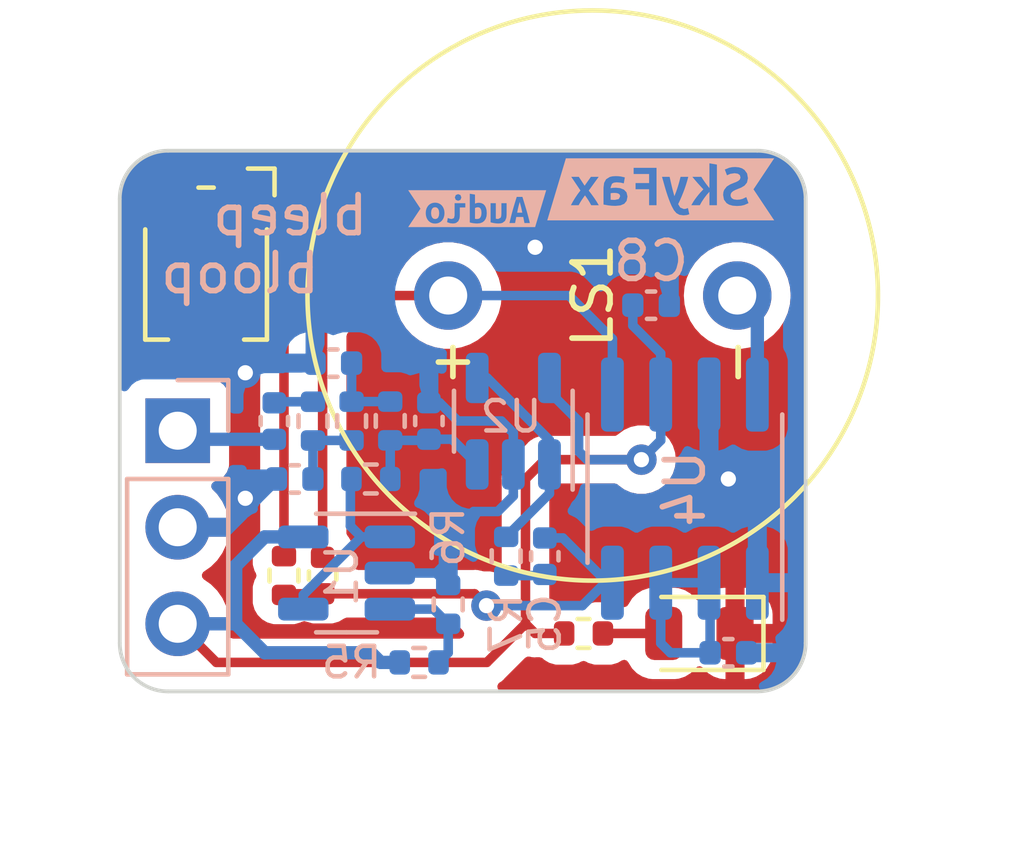
<source format=kicad_pcb>
(kicad_pcb (version 20221018) (generator pcbnew)
  (title_block (title "SkyFax SoundCard") (date "2023-09-21") (rev "1.0") (company "Mechanical & Electrical Industry Research Labs"))
  (layers (0 "F.Cu" signal) (31 "B.Cu" signal) (34 "B.Paste" user) (35 "F.Paste" user) (36 "B.SilkS" user "B.Silkscreen") (37 "F.SilkS" user "F.Silkscreen") (38 "B.Mask" user) (39 "F.Mask" user) (44 "Edge.Cuts" user))
  (net 0 "")
  (net 1 "Net-(J1-Pin_1)")
  (net 2 "Net-(C1-Pad2)")
  (net 3 "Net-(C2-Pad1)")
  (net 4 "GND")
  (net 5 "Net-(C3-Pad1)")
  (net 6 "Net-(U2-+)")
  (net 7 "Net-(C5-Pad1)")
  (net 8 "Net-(U4-IN-)")
  (net 9 "Net-(U4-BYPASS)")
  (net 10 "Net-(U4-OUT+)")
  (net 11 "+3.3V")
  (net 12 "Net-(U4-OUT-)")
  (net 13 "/VGND")
  (net 14 "Net-(U1-+)")
  (net 15 "Net-(U2--)")
  (net 16 "Net-(R8-Pad2)")
  (net 18 "Net-(D1-A)")
  (footprint "SoundCard:PC_Speaker_15.0mm" (layer "F.Cu") (at 130.8 93.98 90)
    (fp_text reference "LS1" (at 0 0 90 unlocked) (layer "F.SilkS"))
    (fp_text value "Speaker")
    (fp_text user "+" (at -1.75 -3.75 90 unlocked) (layer "F.SilkS"))
    (fp_text user "-" (at -1.75 3.75 90 unlocked) (layer "F.SilkS"))
    (fp_circle (center 0 0) (end 7.5 0) (stroke (width 0.12)) (fill none) (layer "F.SilkS"))
    (pad "1" thru_hole circle (at 0 -3.8 90) (size 1.8 1.8) (drill 1) (layers "*.Cu" "*.Mask") (net 10 "Net-(U4-OUT+)"))
    (pad "2" thru_hole circle (at 0 3.8 90) (size 1.8 1.8) (drill 1) (layers "*.Cu" "*.Mask") (net 12 "Net-(U4-OUT-)"))
  )
  (footprint "Capacitor_SMD:C_0402_1005Metric" (layer "F.Cu") (at 123.698 101.346 90)
    (fp_text reference "C7" hide)
    (fp_text value "2.2nF")
    (fp_line (start -0.107836 -0.36) (end 0.107836 -0.36) (stroke (width 0.12)) (layer "F.SilkS"))
    (fp_line (start -0.107836 0.36) (end 0.107836 0.36) (stroke (width 0.12)) (layer "F.SilkS"))
    (pad "1" smd roundrect (at -0.48 0 90) (size 0.56 0.62) (layers "F.Cu" "F.Paste" "F.Mask") (net 8 "Net-(U4-IN-)"))
    (pad "2" smd roundrect (at 0.48 0 90) (size 0.56 0.62) (layers "F.Cu" "F.Paste" "F.Mask") (net 10 "Net-(U4-OUT+)"))
  )
  (footprint "Resistor_SMD:R_0402_1005Metric" (layer "F.Cu") (at 130.558 102.87 180)
    (fp_text reference "R9" hide)
    (fp_text value "220")
    (fp_line (start -0.153641 -0.38) (end 0.153641 -0.38) (stroke (width 0.12)) (layer "F.SilkS"))
    (fp_line (start -0.153641 0.38) (end 0.153641 0.38) (stroke (width 0.12)) (layer "F.SilkS"))
    (pad "1" smd roundrect (at -0.51 0 180) (size 0.54 0.64) (layers "F.Cu" "F.Paste" "F.Mask") (net 18 "Net-(D1-A)"))
    (pad "2" smd roundrect (at 0.51 0 180) (size 0.54 0.64) (layers "F.Cu" "F.Paste" "F.Mask") (net 11 "+3.3V"))
  )
  (footprint "LED_SMD:LED_0805_2012Metric" (layer "F.Cu") (at 133.604 102.87 180)
    (fp_text reference "D1" hide)
    (fp_text value "LED")
    (fp_line (start -1.685 -0.96) (end -1.685 0.96) (stroke (width 0.12)) (layer "F.SilkS"))
    (fp_line (start -1.685 0.96) (end 1 0.96) (stroke (width 0.12)) (layer "F.SilkS"))
    (fp_line (start 1 -0.96) (end -1.685 -0.96) (stroke (width 0.12)) (layer "F.SilkS"))
    (pad "1" smd roundrect (at -0.9375 0 180) (size 0.975 1.4) (layers "F.Cu" "F.Paste" "F.Mask") (net 4 "GND"))
    (pad "2" smd roundrect (at 0.9375 0 180) (size 0.975 1.4) (layers "F.Cu" "F.Paste" "F.Mask") (net 18 "Net-(D1-A)"))
  )
  (footprint "Resistor_SMD:R_0402_1005Metric" (layer "F.Cu") (at 122.682 101.346 90)
    (fp_text reference "R8" hide)
    (fp_text value "3.01k")
    (fp_line (start -0.153641 -0.38) (end 0.153641 -0.38) (stroke (width 0.12)) (layer "F.SilkS"))
    (fp_line (start -0.153641 0.38) (end 0.153641 0.38) (stroke (width 0.12)) (layer "F.SilkS"))
    (pad "1" smd roundrect (at -0.51 0 90) (size 0.54 0.64) (layers "F.Cu" "F.Paste" "F.Mask") (net 8 "Net-(U4-IN-)"))
    (pad "2" smd roundrect (at 0.51 0 90) (size 0.54 0.64) (layers "F.Cu" "F.Paste" "F.Mask") (net 16 "Net-(R8-Pad2)"))
  )
  (footprint "Potentiometer_SMD:Potentiometer_Bourns_TC33X_Vertical" (layer "F.Cu") (at 120.634 93.24 -90)
    (fp_text reference "RV1" hide)
    (fp_text value "50k")
    (fp_line (start -2.6 -1.8) (end -2.6 -1.1) (stroke (width 0.12)) (layer "F.SilkS"))
    (fp_line (start -2.1 -0.2) (end -2.1 0.2) (stroke (width 0.12)) (layer "F.SilkS"))
    (fp_line (start -1.9 -1.8) (end -2.6 -1.8) (stroke (width 0.12)) (layer "F.SilkS"))
    (fp_line (start -1 -1.6) (end 1.9 -1.6) (stroke (width 0.12)) (layer "F.SilkS"))
    (fp_line (start -1 1.6) (end 1.9 1.6) (stroke (width 0.12)) (layer "F.SilkS"))
    (fp_line (start 1.9 -1.6) (end 1.9 -1) (stroke (width 0.12)) (layer "F.SilkS"))
    (fp_line (start 1.9 1.6) (end 1.9 1) (stroke (width 0.12)) (layer "F.SilkS"))
    (pad "1" smd rect (at -1.8 -1 270) (size 1.2 1.2) (layers "F.Cu" "F.Paste" "F.Mask"))
    (pad "2" smd rect (at 1.45 0 270) (size 1.5 1.6) (layers "F.Cu" "F.Paste" "F.Mask") (net 16 "Net-(R8-Pad2)"))
    (pad "3" smd rect (at -1.8 1 270) (size 1.2 1.2) (layers "F.Cu" "F.Paste" "F.Mask") (net 10 "Net-(U4-OUT+)"))
  )
  (footprint "Capacitor_SMD:C_0402_1005Metric" (layer "B.Cu") (at 123.98 95.758 180)
    (fp_text reference "C3" hide)
    (fp_text value "0.1uF")
    (fp_line (start -0.107836 -0.36) (end 0.107836 -0.36) (stroke (width 0.12)) (layer "B.SilkS"))
    (fp_line (start -0.107836 0.36) (end 0.107836 0.36) (stroke (width 0.12)) (layer "B.SilkS"))
    (pad "1" smd roundrect (at -0.48 0 180) (size 0.56 0.62) (layers "B.Cu" "B.Paste" "B.Mask") (net 5 "Net-(C3-Pad1)"))
    (pad "2" smd roundrect (at 0.48 0 180) (size 0.56 0.62) (layers "B.Cu" "B.Paste" "B.Mask") (net 4 "GND"))
  )
  (footprint "Resistor_SMD:R_0402_1005Metric" (layer "B.Cu") (at 128.524 100.838 -90)
    (fp_text reference "R7" (at 1.78 0 90) (layer "B.SilkS") (effects (font (size 0.8 0.8) (thickness 0.12)) (justify mirror)))
    (fp_text value "3.01k")
    (fp_line (start -0.153641 -0.38) (end 0.153641 -0.38) (stroke (width 0.12)) (layer "B.SilkS"))
    (fp_line (start -0.153641 0.38) (end 0.153641 0.38) (stroke (width 0.12)) (layer "B.SilkS"))
    (pad "1" smd roundrect (at -0.51 0 270) (size 0.54 0.64) (layers "B.Cu" "B.Paste" "B.Mask") (net 15 "Net-(U2--)"))
    (pad "2" smd roundrect (at 0.51 0 270) (size 0.54 0.64) (layers "B.Cu" "B.Paste" "B.Mask") (net 7 "Net-(C5-Pad1)"))
  )
  (footprint "Resistor_SMD:R_0402_1005Metric" (layer "B.Cu") (at 124.46 97.282 90)
    (fp_text reference "R2" hide)
    (fp_text value "1k")
    (fp_line (start -0.153641 -0.38) (end 0.153641 -0.38) (stroke (width 0.12)) (layer "B.SilkS"))
    (fp_line (start -0.153641 0.38) (end 0.153641 0.38) (stroke (width 0.12)) (layer "B.SilkS"))
    (pad "1" smd roundrect (at -0.51 0 90) (size 0.54 0.64) (layers "B.Cu" "B.Paste" "B.Mask") (net 3 "Net-(C2-Pad1)"))
    (pad "2" smd roundrect (at 0.51 0 90) (size 0.54 0.64) (layers "B.Cu" "B.Paste" "B.Mask") (net 5 "Net-(C3-Pad1)"))
  )
  (footprint "Capacitor_SMD:C_0402_1005Metric" (layer "B.Cu") (at 122.428 97.282 90)
    (fp_text reference "C1" hide)
    (fp_text value "0.1uF")
    (fp_line (start -0.107836 -0.36) (end 0.107836 -0.36) (stroke (width 0.12)) (layer "B.SilkS"))
    (fp_line (start -0.107836 0.36) (end 0.107836 0.36) (stroke (width 0.12)) (layer "B.SilkS"))
    (pad "1" smd roundrect (at -0.48 0 90) (size 0.56 0.62) (layers "B.Cu" "B.Paste" "B.Mask") (net 1 "Net-(J1-Pin_1)"))
    (pad "2" smd roundrect (at 0.48 0 90) (size 0.56 0.62) (layers "B.Cu" "B.Paste" "B.Mask") (net 2 "Net-(C1-Pad2)"))
  )
  (footprint "Connector_PinHeader_2.54mm:PinHeader_1x03_P2.54mm_Vertical" (layer "B.Cu") (at 119.888 97.536 180)
    (fp_text reference "J1" hide)
    (fp_text value "Conn_01x03")
    (fp_line (start -1.33 -6.41) (end 1.33 -6.41) (stroke (width 0.12)) (layer "B.SilkS"))
    (fp_line (start -1.33 -1.27) (end -1.33 -6.41) (stroke (width 0.12)) (layer "B.SilkS"))
    (fp_line (start -1.33 -1.27) (end 1.33 -1.27) (stroke (width 0.12)) (layer "B.SilkS"))
    (fp_line (start -1.33 0) (end -1.33 1.33) (stroke (width 0.12)) (layer "B.SilkS"))
    (fp_line (start -1.33 1.33) (end 0 1.33) (stroke (width 0.12)) (layer "B.SilkS"))
    (fp_line (start 1.33 -1.27) (end 1.33 -6.41) (stroke (width 0.12)) (layer "B.SilkS"))
    (pad "1" thru_hole rect (at 0 0 180) (size 1.7 1.7) (drill 1) (layers "*.Cu" "*.Mask") (net 1 "Net-(J1-Pin_1)"))
    (pad "2" thru_hole oval (at 0 -2.54 180) (size 1.7 1.7) (drill 1) (layers "*.Cu" "*.Mask") (net 4 "GND"))
    (pad "3" thru_hole oval (at 0 -5.08 180) (size 1.7 1.7) (drill 1) (layers "*.Cu" "*.Mask") (net 11 "+3.3V"))
  )
  (footprint "Package_TO_SOT_SMD:TSOT-23-5" (layer "B.Cu") (at 128.712 97.2855 90)
    (fp_text reference "U2" (at 0.1215 -0.061) (layer "B.SilkS") (effects (font (size 0.8 0.8) (thickness 0.12)) (justify mirror)))
    (fp_text value "AD8603")
    (fp_line (start 0 -1.56) (end -0.8 -1.56) (stroke (width 0.12)) (layer "B.SilkS"))
    (fp_line (start 0 -1.56) (end 0.8 -1.56) (stroke (width 0.12)) (layer "B.SilkS"))
    (fp_line (start 0 1.56) (end -1.8 1.56) (stroke (width 0.12)) (layer "B.SilkS"))
    (fp_line (start 0 1.56) (end 0.8 1.56) (stroke (width 0.12)) (layer "B.SilkS"))
    (pad "1" smd roundrect (at -1.1375 0.95 90) (size 1.325 0.6) (layers "B.Cu" "B.Paste" "B.Mask") (net 15 "Net-(U2--)"))
    (pad "2" smd roundrect (at -1.1375 0 90) (size 1.325 0.6) (layers "B.Cu" "B.Paste" "B.Mask") (net 4 "GND"))
    (pad "3" smd roundrect (at -1.1375 -0.95 90) (size 1.325 0.6) (layers "B.Cu" "B.Paste" "B.Mask") (net 6 "Net-(U2-+)"))
    (pad "4" smd roundrect (at 1.1375 -0.95 90) (size 1.325 0.6) (layers "B.Cu" "B.Paste" "B.Mask") (net 15 "Net-(U2--)"))
    (pad "5" smd roundrect (at 1.1375 0.95 90) (size 1.325 0.6) (layers "B.Cu" "B.Paste" "B.Mask") (net 11 "+3.3V"))
  )
  (footprint "Capacitor_SMD:C_0402_1005Metric" (layer "B.Cu") (at 126.492 97.28 90)
    (fp_text reference "C4" hide)
    (fp_text value "0.1uF")
    (fp_line (start -0.107836 -0.36) (end 0.107836 -0.36) (stroke (width 0.12)) (layer "B.SilkS"))
    (fp_line (start -0.107836 0.36) (end 0.107836 0.36) (stroke (width 0.12)) (layer "B.SilkS"))
    (pad "1" smd roundrect (at -0.48 0 90) (size 0.56 0.62) (layers "B.Cu" "B.Paste" "B.Mask") (net 6 "Net-(U2-+)"))
    (pad "2" smd roundrect (at 0.48 0 90) (size 0.56 0.62) (layers "B.Cu" "B.Paste" "B.Mask") (net 4 "GND"))
  )
  (footprint "Resistor_SMD:R_0402_1005Metric" (layer "B.Cu") (at 127 102.106 -90)
    (fp_text reference "R6" (at -1.776 0 90) (layer "B.SilkS") (effects (font (size 0.8 0.8) (thickness 0.12)) (justify mirror)))
    (fp_text value "100k")
    (fp_line (start -0.153641 -0.38) (end 0.153641 -0.38) (stroke (width 0.12)) (layer "B.SilkS"))
    (fp_line (start -0.153641 0.38) (end 0.153641 0.38) (stroke (width 0.12)) (layer "B.SilkS"))
    (pad "1" smd roundrect (at -0.51 0 270) (size 0.54 0.64) (layers "B.Cu" "B.Paste" "B.Mask") (net 4 "GND"))
    (pad "2" smd roundrect (at 0.51 0 270) (size 0.54 0.64) (layers "B.Cu" "B.Paste" "B.Mask") (net 14 "Net-(U1-+)"))
  )
  (footprint "Package_TO_SOT_SMD:TSOT-23-5" (layer "B.Cu") (at 124.3275 101.28 180)
    (fp_text reference "U1" (at 0.1215 -0.066 270) (layer "B.SilkS") (effects (font (size 0.8 0.8) (thickness 0.12)) (justify mirror)))
    (fp_text value "AD8603")
    (fp_line (start 0 -1.56) (end -0.8 -1.56) (stroke (width 0.12)) (layer "B.SilkS"))
    (fp_line (start 0 -1.56) (end 0.8 -1.56) (stroke (width 0.12)) (layer "B.SilkS"))
    (fp_line (start 0 1.56) (end -1.8 1.56) (stroke (width 0.12)) (layer "B.SilkS"))
    (fp_line (start 0 1.56) (end 0.8 1.56) (stroke (width 0.12)) (layer "B.SilkS"))
    (pad "1" smd roundrect (at -1.1375 0.95 180) (size 1.325 0.6) (layers "B.Cu" "B.Paste" "B.Mask") (net 13 "/VGND"))
    (pad "2" smd roundrect (at -1.1375 0 180) (size 1.325 0.6) (layers "B.Cu" "B.Paste" "B.Mask") (net 4 "GND"))
    (pad "3" smd roundrect (at -1.1375 -0.95 180) (size 1.325 0.6) (layers "B.Cu" "B.Paste" "B.Mask") (net 14 "Net-(U1-+)"))
    (pad "4" smd roundrect (at 1.1375 -0.95 180) (size 1.325 0.6) (layers "B.Cu" "B.Paste" "B.Mask") (net 13 "/VGND"))
    (pad "5" smd roundrect (at 1.1375 0.95 180) (size 1.325 0.6) (layers "B.Cu" "B.Paste" "B.Mask") (net 11 "+3.3V"))
  )
  (footprint "Capacitor_SMD:C_0402_1005Metric" (layer "B.Cu") (at 134.366 103.378)
    (fp_text reference "C6" hide)
    (fp_text value "0.1uF")
    (fp_line (start -0.107836 -0.36) (end 0.107836 -0.36) (stroke (width 0.12)) (layer "B.SilkS"))
    (fp_line (start -0.107836 0.36) (end 0.107836 0.36) (stroke (width 0.12)) (layer "B.SilkS"))
    (pad "1" smd roundrect (at -0.48 0) (size 0.56 0.62) (layers "B.Cu" "B.Paste" "B.Mask") (net 9 "Net-(U4-BYPASS)"))
    (pad "2" smd roundrect (at 0.48 0) (size 0.56 0.62) (layers "B.Cu" "B.Paste" "B.Mask") (net 4 "GND"))
  )
  (footprint "Capacitor_SMD:C_0402_1005Metric" (layer "B.Cu") (at 122.964 98.806 180)
    (fp_text reference "C2" hide)
    (fp_text value "0.1uF")
    (fp_line (start -0.107836 -0.36) (end 0.107836 -0.36) (stroke (width 0.12)) (layer "B.SilkS"))
    (fp_line (start -0.107836 0.36) (end 0.107836 0.36) (stroke (width 0.12)) (layer "B.SilkS"))
    (pad "1" smd roundrect (at -0.48 0 180) (size 0.56 0.62) (layers "B.Cu" "B.Paste" "B.Mask") (net 3 "Net-(C2-Pad1)"))
    (pad "2" smd roundrect (at 0.48 0 180) (size 0.56 0.62) (layers "B.Cu" "B.Paste" "B.Mask") (net 4 "GND"))
  )
  (footprint "Resistor_SMD:R_0402_1005Metric" (layer "B.Cu") (at 125.476 97.28 -90)
    (fp_text reference "R3" hide)
    (fp_text value "1k")
    (fp_line (start -0.153641 -0.38) (end 0.153641 -0.38) (stroke (width 0.12)) (layer "B.SilkS"))
    (fp_line (start -0.153641 0.38) (end 0.153641 0.38) (stroke (width 0.12)) (layer "B.SilkS"))
    (pad "1" smd roundrect (at -0.51 0 270) (size 0.54 0.64) (layers "B.Cu" "B.Paste" "B.Mask") (net 5 "Net-(C3-Pad1)"))
    (pad "2" smd roundrect (at 0.51 0 270) (size 0.54 0.64) (layers "B.Cu" "B.Paste" "B.Mask") (net 6 "Net-(U2-+)"))
  )
  (footprint "kibuzzard-650CC8CA" (layer "B.Cu") (at 127.762 91.694 180)
    (fp_text reference "kibuzzard-650CC8CA" hide)
    (fp_text value "G***" hide)
    (fp_poly (pts (xy -1.117985 0.176133) (xy -1.138544 0.102235) (xy -1.156324 0.033338) (xy -1.171881 -0.035004) (xy -1.185772 -0.106124) (xy -1.05131 -0.106124) (xy -1.064645 -0.035004) (xy -1.079647 0.033338) (xy -1.097427 0.102235) (xy -1.117985 0.176133)) (fill solid) (layer "B.SilkS"))
    (fp_poly (pts (xy -0.113415 -0.113903) (xy -0.106887 -0.177522) (xy -0.087301 -0.228362) (xy -0.053269 -0.261699) (xy -0.003402 -0.272812) (xy 0.027713 -0.271701) (xy 0.057717 -0.268367) (xy 0.057717 0.016113) (xy 0.022157 0.031115) (xy -0.02007 0.037227) (xy -0.062298 0.027503) (xy -0.09119 -0.001667) (xy -0.107859 -0.049173) (xy -0.113415 -0.113903)) (fill solid) (layer "B.SilkS"))
    (fp_poly (pts (xy 0.998946 -0.117237) (xy 1.005197 -0.180578) (xy 1.023949 -0.230584) (xy 1.056592 -0.263088) (xy 1.104515 -0.273923) (xy 1.151326 -0.263088) (xy 1.18508 -0.230584) (xy 1.205499 -0.180578) (xy 1.212306 -0.117237) (xy 1.206055 -0.054035) (xy 1.187303 -0.004445) (xy 1.15466 0.027642) (xy 1.106737 0.038338) (xy 1.059926 0.027642) (xy 1.026171 -0.004445) (xy 1.005752 -0.054035) (xy 0.998946 -0.117237)) (fill solid) (layer "B.SilkS"))
    (fp_poly (pts (xy -1.384685 0.485431) (xy -1.523592 0.485431) (xy -1.81485 0.485431) (xy -1.523592 -0.485431) (xy -1.384685 -0.485431) (xy -0.995748 -0.485431) (xy -0.995748 -0.378381) (xy -1.027974 -0.219472) (xy -1.21133 -0.219472) (xy -1.242445 -0.378381) (xy -1.384685 -0.378381) (xy -1.365083 -0.298482) (xy -1.345392 -0.221472) (xy -1.325611 -0.147352) (xy -1.305742 -0.076121) (xy -1.285784 -0.007779) (xy -1.260989 0.074766) (xy -1.236611 0.155158) (xy -1.21265 0.233397) (xy -1.189105 0.309483) (xy -1.040198 0.309483) (xy -1.015785 0.232772) (xy -0.991442 0.153769) (xy -0.967168 0.072474) (xy -0.942964 -0.011112) (xy -0.923739 -0.080032) (xy -0.904737 -0.151219) (xy -0.885956 -0.224673) (xy -0.867399 -0.300393) (xy -0.849063 -0.378381) (xy -0.995748 -0.378381) (xy -0.995748 -0.485431) (xy -0.561249 -0.485431) (xy -0.561249 -0.390604) (xy -0.619868 -0.386159) (xy -0.666818 -0.372824) (xy -0.731826 -0.322262) (xy -0.764608 -0.245031) (xy -0.771275 -0.198358) (xy -0.773498 -0.147241) (xy -0.773498 0.143907) (xy -0.636814 0.143907) (xy -0.636814 -0.129461) (xy -0.632508 -0.192385) (xy -0.61959 -0.236696) (xy -0.552359 -0.271701) (xy -0.490129 -0.266144) (xy -0.490129 0.143907) (xy -0.352334 0.143907) (xy -0.352334 -0.360601) (xy -0.394145 -0.370602) (xy -0.444012 -0.380603) (xy -0.500269 -0.388104) (xy -0.561249 -0.390604) (xy -0.561249 -0.485431) (xy -0.004513 -0.485431) (xy -0.004513 -0.390604) (xy -0.079399 -0.382579) (xy -0.141073 -0.358502) (xy -0.189536 -0.318373) (xy -0.224417 -0.264292) (xy -0.245345 -0.198358) (xy -0.252322 -0.120571) (xy -0.246457 -0.041363) (xy -0.228862 0.025867) (xy -0.199537 0.081121) (xy -0.15873 0.122176) (xy -0.106686 0.146808) (xy -0.043407 0.155019) (xy 0.011045 0.148908) (xy 0.057717 0.131683) (xy 0.057717 0.369491) (xy 0.194401 0.392827) (xy 0.194401 -0.362823) (xy 0.152451 -0.373936) (xy 0.102167 -0.382826) (xy 0.048271 -0.38866) (xy -0.004513 -0.390604) (xy -0.004513 -0.485431) (xy 0.643346 -0.485431) (xy 0.643346 -0.390604) (xy 0.594312 -0.386715) (xy 0.55389 -0.375047) (xy 0.496105 -0.330041) (xy 0.465546 -0.258366) (xy 0.458878 -0.213082) (xy 0.456656 -0.161687) (xy 0.456656 0.030559) (xy 0.312193 0.030559) (xy 0.312193 0.143907) (xy 0.501106 0.143907) (xy 0.501106 0.207248) (xy 0.440543 0.230584) (xy 0.41554 0.293926) (xy 0.440543 0.358378) (xy 0.501106 0.381714) (xy 0.562225 0.358378) (xy 0.587783 0.293926) (xy 0.562225 0.230584) (xy 0.501106 0.207248) (xy 0.501106 0.143907) (xy 0.59334 0.143907) (xy 0.59334 -0.179467) (xy 0.610564 -0.24892) (xy 0.667793 -0.271701) (xy 0.713355 -0.2667) (xy 0.773362 -0.246142) (xy 0.791142 -0.356156) (xy 0.711688 -0.383381) (xy 0.643346 -0.390604) (xy 0.643346 -0.485431) (xy 1.106737 -0.485431) (xy 1.106737 -0.392827) (xy 1.053814 -0.387826) (xy 1.006169 -0.372824) (xy 0.964219 -0.348655) (xy 0.928381 -0.316151) (xy 0.89935 -0.276007) (xy 0.87782 -0.228917) (xy 0.864485 -0.175439) (xy 0.86004 -0.116126) (xy 0.864623 -0.057646) (xy 0.878375 -0.004445) (xy 0.900322 0.042505) (xy 0.929493 0.082233) (xy 0.965469 0.114181) (xy 1.007836 0.137795) (xy 1.055342 0.15238) (xy 1.106737 0.157242) (xy 1.158827 0.15238) (xy 1.206194 0.137795) (xy 1.248144 0.114181) (xy 1.283981 0.082233) (xy 1.313013 0.042505) (xy 1.334543 -0.004445) (xy 1.347878 -0.057646) (xy 1.352323 -0.116126) (xy 1.347878 -0.175439) (xy 1.334543 -0.228917) (xy 1.313152 -0.276007) (xy 1.284537 -0.316151) (xy 1.249116 -0.348655) (xy 1.207305 -0.372824) (xy 1.15966 -0.387826) (xy 1.106737 -0.392827) (xy 1.106737 -0.485431) (xy 1.352323 -0.485431) (xy 1.49123 -0.485431) (xy 1.81485 -0.485431) (xy 1.49123 0) (xy 1.81485 0.485431) (xy 1.49123 0.485431) (xy 1.352323 0.485431) (xy -1.384685 0.485431)) (fill solid) (layer "B.SilkS"))
  )
  (footprint "Resistor_SMD:R_0402_1005Metric" (layer "B.Cu") (at 123.444 97.284 -90)
    (fp_text reference "R1" hide)
    (fp_text value "1k")
    (fp_line (start -0.153641 -0.38) (end 0.153641 -0.38) (stroke (width 0.12)) (layer "B.SilkS"))
    (fp_line (start -0.153641 0.38) (end 0.153641 0.38) (stroke (width 0.12)) (layer "B.SilkS"))
    (pad "1" smd roundrect (at -0.51 0 270) (size 0.54 0.64) (layers "B.Cu" "B.Paste" "B.Mask") (net 2 "Net-(C1-Pad2)"))
    (pad "2" smd roundrect (at 0.51 0 270) (size 0.54 0.64) (layers "B.Cu" "B.Paste" "B.Mask") (net 3 "Net-(C2-Pad1)"))
  )
  (footprint "Capacitor_SMD:C_0402_1005Metric" (layer "B.Cu") (at 129.54 100.838 90)
    (fp_text reference "C5" (at -1.778 0 90) (layer "B.SilkS") (effects (font (size 0.8 0.8) (thickness 0.12)) (justify mirror)))
    (fp_text value "1uF")
    (fp_line (start -0.107836 -0.36) (end 0.107836 -0.36) (stroke (width 0.12)) (layer "B.SilkS"))
    (fp_line (start -0.107836 0.36) (end 0.107836 0.36) (stroke (width 0.12)) (layer "B.SilkS"))
    (pad "1" smd roundrect (at -0.48 0 90) (size 0.56 0.62) (layers "B.Cu" "B.Paste" "B.Mask") (net 7 "Net-(C5-Pad1)"))
    (pad "2" smd roundrect (at 0.48 0 90) (size 0.56 0.62) (layers "B.Cu" "B.Paste" "B.Mask") (net 8 "Net-(U4-IN-)"))
  )
  (footprint "Resistor_SMD:R_0402_1005Metric" (layer "B.Cu") (at 126.236 103.632 180)
    (fp_text reference "R5" (at 1.776 0) (layer "B.SilkS") (effects (font (size 0.8 0.8) (thickness 0.12)) (justify mirror)))
    (fp_text value "100k")
    (fp_line (start -0.153641 -0.38) (end 0.153641 -0.38) (stroke (width 0.12)) (layer "B.SilkS"))
    (fp_line (start -0.153641 0.38) (end 0.153641 0.38) (stroke (width 0.12)) (layer "B.SilkS"))
    (pad "1" smd roundrect (at -0.51 0 180) (size 0.54 0.64) (layers "B.Cu" "B.Paste" "B.Mask") (net 14 "Net-(U1-+)"))
    (pad "2" smd roundrect (at 0.51 0 180) (size 0.54 0.64) (layers "B.Cu" "B.Paste" "B.Mask") (net 11 "+3.3V"))
  )
  (footprint "Capacitor_SMD:C_0402_1005Metric" (layer "B.Cu") (at 132.334 94.234 180)
    (fp_text reference "C8" (at 0 1.16) (layer "B.SilkS") (effects (justify mirror)))
    (fp_text value "1uF")
    (fp_line (start -0.107836 -0.36) (end 0.107836 -0.36) (stroke (width 0.12)) (layer "B.SilkS"))
    (fp_line (start -0.107836 0.36) (end 0.107836 0.36) (stroke (width 0.12)) (layer "B.SilkS"))
    (pad "1" smd roundrect (at -0.48 0 180) (size 0.56 0.62) (layers "B.Cu" "B.Paste" "B.Mask") (net 4 "GND"))
    (pad "2" smd roundrect (at 0.48 0 180) (size 0.56 0.62) (layers "B.Cu" "B.Paste" "B.Mask") (net 11 "+3.3V"))
  )
  (footprint "kibuzzard-650CC8A2" (layer "B.Cu") (at 132.588 91.186 180)
    (fp_text reference "kibuzzard-650CC8A2" hide)
    (fp_text value "G***" hide)
    (fp_poly (pts (xy 1.202761 -0.277812) (xy 1.264673 -0.277019) (xy 1.317061 -0.27305) (xy 1.317061 -0.1016) (xy 1.271023 -0.096044) (xy 1.221811 -0.093662) (xy 1.163073 -0.097631) (xy 1.113067 -0.111125) (xy 1.078936 -0.138112) (xy 1.066236 -0.18415) (xy 1.104336 -0.256381) (xy 1.202761 -0.277812)) (fill solid) (layer "B.SilkS"))
    (fp_poly (pts (xy -2.307202 0.816504) (xy -2.439494 0.816504) (xy -2.98383 0.816504) (xy -2.439494 0) (xy -2.98383 -0.816504) (xy -2.439494 -0.816504) (xy -2.307202 -0.816504) (xy -2.002402 -0.816504) (xy -2.002402 -0.43815) (xy -2.112336 -0.431602) (xy -2.197664 -0.411956) (xy -2.307202 -0.363537) (xy -2.250052 -0.204787) (xy -2.147658 -0.252412) (xy -2.081579 -0.269081) (xy -2.002402 -0.274637) (xy -1.920646 -0.264319) (xy -1.869052 -0.235744) (xy -1.842858 -0.194469) (xy -1.835714 -0.147637) (xy -1.853177 -0.093662) (xy -1.897627 -0.051594) (xy -1.957952 -0.018256) (xy -2.024627 0.009525) (xy -2.116702 0.046038) (xy -2.203221 0.098425) (xy -2.267514 0.177006) (xy -2.292914 0.293688) (xy -2.270491 0.416719) (xy -2.203221 0.509588) (xy -2.135928 0.552803) (xy -2.053643 0.578732) (xy -1.956364 0.587375) (xy -1.871632 0.582216) (xy -1.798408 0.566738) (xy -1.684902 0.5207) (xy -1.742052 0.369888) (xy -1.830158 0.407988) (xy -1.942077 0.423863) (xy -2.028508 0.411339) (xy -2.080366 0.373768) (xy -2.097652 0.31115) (xy -2.081777 0.261144) (xy -2.041296 0.223044) (xy -1.985733 0.193675) (xy -1.924614 0.169863) (xy -1.828571 0.130969) (xy -1.736496 0.073819) (xy -1.667439 -0.015081) (xy -1.647199 -0.075208) (xy -1.640452 -0.149225) (xy -1.662875 -0.271661) (xy -1.730146 -0.362744) (xy -1.80026 -0.404636) (xy -1.891012 -0.429772) (xy -2.002402 -0.43815) (xy -2.002402 -0.816504) (xy -0.803839 -0.816504) (xy -0.803839 -0.417512) (xy -1.027677 -0.417512) (xy -1.077683 -0.327819) (xy -1.143564 -0.229394) (xy -1.214208 -0.137319) (xy -1.280089 -0.065087) (xy -1.280089 -0.417512) (xy -1.476939 -0.417512) (xy -1.476939 0.650875) (xy -1.280089 0.684213) (xy -1.280089 0.033338) (xy -1.222146 0.103981) (xy -1.164996 0.180975) (xy -1.111814 0.257969) (xy -1.067364 0.328613) (xy -0.832414 0.328613) (xy -0.897502 0.249238) (xy -0.972908 0.161925) (xy -1.050696 0.0762) (xy -1.121339 0) (xy -1.035614 -0.091281) (xy -0.989974 -0.145455) (xy -0.945127 -0.201612) (xy -0.902463 -0.258762) (xy -0.863371 -0.315912) (xy -0.803839 -0.417512) (xy -0.803839 -0.816504) (xy -0.594289 -0.816504) (xy -0.594289 -0.684212) (xy -0.683983 -0.676275) (xy -0.751452 -0.655638) (xy -0.714939 -0.492125) (xy -0.658583 -0.511969) (xy -0.605402 -0.517525) (xy -0.513327 -0.479425) (xy -0.457764 -0.388937) (xy -0.504331 -0.291306) (xy -0.550898 -0.184679) (xy -0.597464 -0.069056) (xy -0.631596 0.023366) (xy -0.664139 0.120452) (xy -0.695096 0.2222) (xy -0.724464 0.328613) (xy -0.521264 0.328613) (xy -0.488721 0.2032) (xy -0.469869 0.136525) (xy -0.449827 0.06985) (xy -0.428594 0.00377) (xy -0.406171 -0.061119) (xy -0.359339 -0.180975) (xy -0.326002 -0.061119) (xy -0.308936 0.003572) (xy -0.292664 0.069056) (xy -0.276988 0.135136) (xy -0.261708 0.201613) (xy -0.233927 0.328613) (xy -0.033902 0.328613) (xy -0.063469 0.22483) (xy -0.091846 0.123031) (xy -0.120222 0.023416) (xy -0.149789 -0.073819) (xy -0.180944 -0.16887) (xy -0.214083 -0.261937) (xy -0.249604 -0.352822) (xy -0.287902 -0.441325) (xy -0.347433 -0.550862) (xy -0.412521 -0.626269) (xy -0.491896 -0.669925) (xy -0.594289 -0.684212) (xy -0.594289 -0.816504) (xy 0.110561 -0.816504) (xy 0.110561 -0.417512) (xy 0.110561 0.56515) (xy 0.712223 0.56515) (xy 0.712223 0.403225) (xy 0.305823 0.403225) (xy 0.305823 0.1651) (xy 0.661423 0.1651) (xy 0.661423 0.003175) (xy 0.305823 0.003175) (xy 0.305823 -0.417512) (xy 0.110561 -0.417512) (xy 0.110561 -0.816504) (xy 1.188473 -0.816504) (xy 1.188473 -0.434975) (xy 1.059092 -0.422275) (xy 0.959873 -0.380206) (xy 0.896373 -0.304006) (xy 0.874148 -0.188912) (xy 0.899548 -0.079375) (xy 0.967811 -0.007937) (xy 1.066236 0.030956) (xy 1.182123 0.042863) (xy 1.253957 0.039688) (xy 1.317061 0.030163) (xy 1.317061 0.053975) (xy 1.282136 0.146844) (xy 1.234511 0.174823) (xy 1.161486 0.18415) (xy 1.054329 0.176213) (xy 0.970986 0.157163) (xy 0.943998 0.314325) (xy 1.047186 0.337344) (xy 1.115051 0.345083) (xy 1.185298 0.347663) (xy 1.269634 0.342305) (xy 1.338492 0.326231) (xy 1.436123 0.265906) (xy 1.488511 0.170656) (xy 1.504386 0.04445) (xy 1.504386 -0.40005) (xy 1.377386 -0.422275) (xy 1.288089 -0.4318) (xy 1.188473 -0.434975) (xy 1.188473 -0.816504) (xy 2.361636 -0.816504) (xy 2.361636 -0.417512) (xy 2.158436 -0.417512) (xy 2.115573 -0.340916) (xy 2.072711 -0.27305) (xy 2.031039 -0.212725) (xy 1.991748 -0.15875) (xy 1.946504 -0.221456) (xy 1.906023 -0.282575) (xy 1.867526 -0.346472) (xy 1.828236 -0.417512) (xy 1.629798 -0.417512) (xy 1.684567 -0.324644) (xy 1.749654 -0.226219) (xy 1.821092 -0.127) (xy 1.893323 -0.033337) (xy 1.631386 0.328613) (xy 1.836173 0.328613) (xy 2.001273 0.09525) (xy 2.153673 0.328613) (xy 2.352111 0.328613) (xy 2.110811 -0.030162) (xy 2.185423 -0.127794) (xy 2.255273 -0.231775) (xy 2.315598 -0.331787) (xy 2.361636 -0.417512) (xy 2.361636 -0.816504) (xy 2.493927 -0.816504) (xy 2.98383 -0.816504) (xy 2.493927 0.816504) (xy 2.361636 0.816504) (xy -2.307202 0.816504)) (fill solid) (layer "B.SilkS"))
  )
  (footprint "Resistor_SMD:R_0402_1005Metric" (layer "B.Cu") (at 124.966 98.806)
    (fp_text reference "R4" hide)
    (fp_text value "1k")
    (fp_line (start -0.153641 -0.38) (end 0.153641 -0.38) (stroke (width 0.12)) (layer "B.SilkS"))
    (fp_line (start -0.153641 0.38) (end 0.153641 0.38) (stroke (width 0.12)) (layer "B.SilkS"))
    (pad "1" smd roundrect (at -0.51 0) (size 0.54 0.64) (layers "B.Cu" "B.Paste" "B.Mask") (net 13 "/VGND"))
    (pad "2" smd roundrect (at 0.51 0) (size 0.54 0.64) (layers "B.Cu" "B.Paste" "B.Mask") (net 6 "Net-(U2-+)"))
  )
  (footprint "Package_SO:SOIC-8_3.9x4.9mm_P1.27mm" (layer "B.Cu") (at 133.223 99.06 90)
    (fp_text reference "U4" (at 0 0 90) (layer "B.SilkS") (effects (justify mirror)))
    (fp_text value "TPA301")
    (fp_line (start 0 -2.56) (end -1.95 -2.56) (stroke (width 0.12)) (layer "B.SilkS"))
    (fp_line (start 0 -2.56) (end 1.95 -2.56) (stroke (width 0.12)) (layer "B.SilkS"))
    (fp_line (start 0 2.56) (end -3.45 2.56) (stroke (width 0.12)) (layer "B.SilkS"))
    (fp_line (start 0 2.56) (end 1.95 2.56) (stroke (width 0.12)) (layer "B.SilkS"))
    (pad "1" smd roundrect (at -2.475 1.905 90) (size 1.95 0.6) (layers "B.Cu" "B.Paste" "B.Mask") (net 4 "GND"))
    (pad "2" smd roundrect (at -2.475 0.635 90) (size 1.95 0.6) (layers "B.Cu" "B.Paste" "B.Mask") (net 9 "Net-(U4-BYPASS)"))
    (pad "3" smd roundrect (at -2.475 -0.635 90) (size 1.95 0.6) (layers "B.Cu" "B.Paste" "B.Mask") (net 9 "Net-(U4-BYPASS)"))
    (pad "4" smd roundrect (at -2.475 -1.905 90) (size 1.95 0.6) (layers "B.Cu" "B.Paste" "B.Mask") (net 8 "Net-(U4-IN-)"))
    (pad "5" smd roundrect (at 2.475 -1.905 90) (size 1.95 0.6) (layers "B.Cu" "B.Paste" "B.Mask") (net 10 "Net-(U4-OUT+)"))
    (pad "6" smd roundrect (at 2.475 -0.635 90) (size 1.95 0.6) (layers "B.Cu" "B.Paste" "B.Mask") (net 11 "+3.3V"))
    (pad "7" smd roundrect (at 2.475 0.635 90) (size 1.95 0.6) (layers "B.Cu" "B.Paste" "B.Mask") (net 4 "GND"))
    (pad "8" smd roundrect (at 2.475 1.905 90) (size 1.95 0.6) (layers "B.Cu" "B.Paste" "B.Mask") (net 12 "Net-(U4-OUT-)"))
  )
  (gr_arc (start 118.364 91.44) (mid 118.735974 90.541974) (end 119.634 90.17) (stroke (width 0.1)) (layer "Edge.Cuts"))
  (gr_arc (start 135.128 90.17) (mid 136.026026 90.541974) (end 136.398 91.44) (stroke (width 0.1)) (layer "Edge.Cuts"))
  (gr_line (start 135.128 90.17) (end 119.634 90.17) (stroke (width 0.1)) (layer "Edge.Cuts"))
  (gr_line (start 136.398 103.124) (end 136.398 91.44) (stroke (width 0.1)) (layer "Edge.Cuts"))
  (gr_arc (start 136.398 103.124) (mid 136.026026 104.022026) (end 135.128 104.394) (stroke (width 0.1)) (layer "Edge.Cuts"))
  (gr_line (start 119.634 104.394) (end 135.128 104.394) (stroke (width 0.1)) (layer "Edge.Cuts"))
  (gr_arc (start 119.634 104.394) (mid 118.735974 104.022026) (end 118.364 103.124) (stroke (width 0.1)) (layer "Edge.Cuts"))
  (gr_line (start 118.364 91.44) (end 118.364 103.124) (stroke (width 0.1)) (layer "Edge.Cuts"))
  (gr_text "bleep" (at 124.968 92.456) (layer "B.SilkS") (effects (font (size 1 1)) (justify left bottom mirror)))
  (gr_text "bloop" (at 123.698 93.98) (layer "B.SilkS") (effects (font (size 1 1)) (justify left bottom mirror)))
  (segment (start 120.114 97.762) (end 119.888 97.536) (width 0.35) (layer "B.Cu") (net 1))
  (segment (start 122.4 97.762) (end 120.114 97.762) (width 0.35) (layer "B.Cu") (net 1))
  (segment (start 123.444 96.774) (end 122.456 96.774) (width 0.25) (layer "B.Cu") (net 2))
  (segment (start 122.456 96.774) (end 122.428 96.802) (width 0.25) (layer "B.Cu") (net 2))
  (segment (start 124.46 97.792) (end 123.446 97.792) (width 0.25) (layer "B.Cu") (net 3))
  (segment (start 123.446 97.792) (end 123.444 97.794) (width 0.25) (layer "B.Cu") (net 3))
  (segment (start 123.444 97.794) (end 123.444 98.806) (width 0.25) (layer "B.Cu") (net 3))
  (via (at 121.666 99.314) (size 0.8) (drill 0.4) (layers "F.Cu" "B.Cu") (net 4))
  (via (at 134.366 98.806) (size 0.8) (drill 0.4) (layers "F.Cu" "B.Cu") (net 4))
  (via (at 121.666 96.012) (size 0.8) (drill 0.4) (layers "F.Cu" "B.Cu") (net 4))
  (via (at 129.286 92.71) (size 0.8) (drill 0.4) (layers "F.Cu" "B.Cu") (net 4))
  (segment (start 126.684 101.28) (end 127 100.964) (width 0.25) (layer "B.Cu") (net 4))
  (segment (start 127 100.964) (end 127 100.838) (width 0.25) (layer "B.Cu") (net 4))
  (segment (start 126.774 96.8) (end 127.254 97.28) (width 0.25) (layer "B.Cu") (net 4))
  (segment (start 121.666 99.314) (end 121.948 99.314) (width 0.35) (layer "B.Cu") (net 4))
  (segment (start 128.524 98.635) (end 128.618 98.541) (width 0.25) (layer "B.Cu") (net 4))
  (segment (start 126.684 101.28) (end 127 101.596) (width 0.25) (layer "B.Cu") (net 4))
  (segment (start 119.888 100.076) (end 121.186 100.076) (width 0.35) (layer "B.Cu") (net 4))
  (segment (start 128.712 98.423) (end 128.712 99.253) (width 0.25) (layer "B.Cu") (net 4))
  (segment (start 125.465 101.28) (end 126.684 101.28) (width 0.25) (layer "B.Cu") (net 4))
  (segment (start 128.397 97.28) (end 127.254 97.28) (width 0.25) (layer "B.Cu") (net 4))
  (segment (start 128.303 99.662) (end 127.668 99.662) (width 0.25) (layer "B.Cu") (net 4))
  (segment (start 121.666 99.596) (end 121.666 99.314) (width 0.35) (layer "B.Cu") (net 4))
  (segment (start 127.668 99.662) (end 127 100.33) (width 0.25) (layer "B.Cu") (net 4))
  (segment (start 121.186 100.076) (end 121.666 99.596) (width 0.35) (layer "B.Cu") (net 4))
  (segment (start 127 100.838) (end 127 101.596) (width 0.25) (layer "B.Cu") (net 4))
  (segment (start 128.712 98.423) (end 128.712 97.595) (width 0.25) (layer "B.Cu") (net 4))
  (segment (start 128.712 97.595) (end 128.397 97.28) (width 0.25) (layer "B.Cu") (net 4))
  (segment (start 121.948 99.314) (end 122.456 98.806) (width 0.35) (layer "B.Cu") (net 4))
  (segment (start 126.492 96.8) (end 126.774 96.8) (width 0.25) (layer "B.Cu") (net 4))
  (segment (start 128.712 99.253) (end 128.303 99.662) (width 0.25) (layer "B.Cu") (net 4))
  (segment (start 127 100.33) (end 127 100.838) (width 0.25) (layer "B.Cu") (net 4))
  (segment (start 124.46 96.772) (end 124.46 95.758) (width 0.25) (layer "B.Cu") (net 5))
  (segment (start 124.462 96.77) (end 124.46 96.772) (width 0.25) (layer "B.Cu") (net 5))
  (segment (start 125.476 96.77) (end 124.462 96.77) (width 0.25) (layer "B.Cu") (net 5))
  (segment (start 125.476 97.79) (end 126.462 97.79) (width 0.25) (layer "B.Cu") (net 6))
  (segment (start 125.476 97.79) (end 125.476 98.806) (width 0.25) (layer "B.Cu") (net 6))
  (segment (start 126.492 97.76) (end 127.099 97.76) (width 0.25) (layer "B.Cu") (net 6))
  (segment (start 127.099 97.76) (end 127.762 98.423) (width 0.25) (layer "B.Cu") (net 6))
  (segment (start 126.462 97.79) (end 126.492 97.76) (width 0.25) (layer "B.Cu") (net 6))
  (segment (start 129.51 101.348) (end 129.54 101.318) (width 0.25) (layer "B.Cu") (net 7))
  (segment (start 128.524 101.348) (end 129.51 101.348) (width 0.25) (layer "B.Cu") (net 7))
  (segment (start 123.22 101.826) (end 123.19 101.856) (width 0.25) (layer "F.Cu") (net 8))
  (segment (start 123.952 101.826) (end 122.966 101.826) (width 0.25) (layer "F.Cu") (net 8))
  (segment (start 123.698 101.826) (end 127.694531 101.826) (width 0.25) (layer "F.Cu") (net 8))
  (segment (start 127.694531 101.826) (end 128.006422 102.137891) (width 0.25) (layer "F.Cu") (net 8))
  (via (at 128.006422 102.137891) (size 0.8) (drill 0.4) (layers "F.Cu" "B.Cu") (net 8))
  (segment (start 130.014 100.358) (end 131.16 101.504) (width 0.25) (layer "B.Cu") (net 8))
  (segment (start 130.526109 102.137891) (end 131.16 101.504) (width 0.25) (layer "B.Cu") (net 8))
  (segment (start 131.16 101.504) (end 131.191 101.535) (width 0.25) (layer "B.Cu") (net 8))
  (segment (start 129.54 100.358) (end 130.014 100.358) (width 0.25) (layer "B.Cu") (net 8))
  (segment (start 128.006422 102.137891) (end 130.526109 102.137891) (width 0.25) (layer "B.Cu") (net 8))
  (segment (start 132.461 101.535) (end 133.731 101.535) (width 0.25) (layer "B.Cu") (net 9))
  (segment (start 132.842 103.378) (end 132.588 103.124) (width 0.25) (layer "B.Cu") (net 9))
  (segment (start 133.886 103.378) (end 133.886 101.69) (width 0.25) (layer "B.Cu") (net 9))
  (segment (start 132.588 103.124) (end 132.588 101.535) (width 0.25) (layer "B.Cu") (net 9))
  (segment (start 133.886 103.378) (end 132.842 103.378) (width 0.25) (layer "B.Cu") (net 9))
  (segment (start 133.886 101.69) (end 133.731 101.535) (width 0.25) (layer "B.Cu") (net 9))
  (segment (start 119.634 91.44) (end 119.634 92.456) (width 0.25) (layer "F.Cu") (net 10))
  (segment (start 123.444 92.964) (end 124.46 93.98) (width 0.25) (layer "F.Cu") (net 10))
  (segment (start 119.634 92.456) (end 120.142 92.964) (width 0.25) (layer "F.Cu") (net 10))
  (segment (start 123.698 94.742) (end 124.46 93.98) (width 0.25) (layer "F.Cu") (net 10))
  (segment (start 120.142 92.964) (end 123.444 92.964) (width 0.25) (layer "F.Cu") (net 10))
  (segment (start 123.698 100.866) (end 123.698 94.742) (width 0.25) (layer "F.Cu") (net 10))
  (segment (start 124.46 93.98) (end 127 93.98) (width 0.25) (layer "F.Cu") (net 10))
  (segment (start 131.318 95.123) (end 130.175 93.98) (width 0.25) (layer "B.Cu") (net 10))
  (segment (start 131.318 96.585) (end 131.318 95.123) (width 0.25) (layer "B.Cu") (net 10))
  (segment (start 130.175 93.98) (end 127 93.98) (width 0.25) (layer "B.Cu") (net 10))
  (segment (start 120.904 103.632) (end 119.888 102.616) (width 0.25) (layer "F.Cu") (net 11))
  (segment (start 129.032 102.616) (end 128.016 103.632) (width 0.25) (layer "F.Cu") (net 11))
  (segment (start 130.048 102.87) (end 129.286 102.87) (width 0.25) (layer "F.Cu") (net 11))
  (segment (start 129.032 98.806) (end 129.032 102.616) (width 0.25) (layer "F.Cu") (net 11))
  (segment (start 128.016 103.632) (end 120.904 103.632) (width 0.25) (layer "F.Cu") (net 11))
  (segment (start 129.54 98.298) (end 129.032 98.806) (width 0.25) (layer "F.Cu") (net 11))
  (segment (start 132.08 98.298) (end 129.54 98.298) (width 0.25) (layer "F.Cu") (net 11))
  (segment (start 129.286 102.87) (end 129.032 102.616) (width 0.25) (layer "F.Cu") (net 11))
  (via (at 132.08 98.298) (size 0.8) (drill 0.4) (layers "F.Cu" "B.Cu") (net 11))
  (segment (start 122.174 103.378) (end 121.412 102.616) (width 0.35) (layer "B.Cu") (net 11))
  (segment (start 132.588 96.585) (end 132.588 97.79) (width 0.25) (layer "B.Cu") (net 11))
  (segment (start 132.08 98.298) (end 130.65 98.298) (width 0.25) (layer "B.Cu") (net 11))
  (segment (start 130.429 97.282) (end 130.429 98.077) (width 0.25) (layer "B.Cu") (net 11))
  (segment (start 121.412 101.092) (end 122.174 100.33) (width 0.35) (layer "B.Cu") (net 11))
  (segment (start 132.588 95.504) (end 131.854 94.77) (width 0.25) (layer "B.Cu") (net 11))
  (segment (start 121.412 102.616) (end 121.412 101.092) (width 0.35) (layer "B.Cu") (net 11))
  (segment (start 123.19 100.33) (end 122.174 100.33) (width 0.35) (layer "B.Cu") (net 11))
  (segment (start 131.854 94.77) (end 131.854 94.234) (width 0.25) (layer "B.Cu") (net 11))
  (segment (start 130.429 98.077) (end 130.65 98.298) (width 0.25) (layer "B.Cu") (net 11))
  (segment (start 125.222 103.632) (end 124.968 103.378) (width 0.35) (layer "B.Cu") (net 11))
  (segment (start 124.968 103.378) (end 122.174 103.378) (width 0.35) (layer "B.Cu") (net 11))
  (segment (start 129.662 96.148) (end 129.662 96.515) (width 0.25) (layer "B.Cu") (net 11))
  (segment (start 132.588 97.79) (end 132.08 98.298) (width 0.25) (layer "B.Cu") (net 11))
  (segment (start 125.726 103.632) (end 125.222 103.632) (width 0.35) (layer "B.Cu") (net 11))
  (segment (start 119.888 102.616) (end 121.412 102.616) (width 0.35) (layer "B.Cu") (net 11))
  (segment (start 132.588 96.585) (end 132.588 95.504) (width 0.25) (layer "B.Cu") (net 11))
  (segment (start 129.662 96.515) (end 130.429 97.282) (width 0.25) (layer "B.Cu") (net 11))
  (segment (start 135.128 96.585) (end 135.128 94.508) (width 0.35) (layer "B.Cu") (net 12))
  (segment (start 135.128 94.508) (end 134.6 93.98) (width 0.35) (layer "B.Cu") (net 12))
  (segment (start 124.428 100.044) (end 124.428 98.806) (width 0.25) (layer "B.Cu") (net 13))
  (segment (start 124.714 100.33) (end 124.428 100.044) (width 0.25) (layer "B.Cu") (net 13))
  (segment (start 124.714 100.33) (end 125.465 100.33) (width 0.25) (layer "B.Cu") (net 13))
  (segment (start 123.19 102.23) (end 123.19 101.854) (width 0.25) (layer "B.Cu") (net 13))
  (segment (start 123.19 101.854) (end 124.714 100.33) (width 0.25) (layer "B.Cu") (net 13))
  (segment (start 125.465 102.23) (end 126.614 102.23) (width 0.25) (layer "B.Cu") (net 14))
  (segment (start 127 102.616) (end 127 103.378) (width 0.25) (layer "B.Cu") (net 14))
  (segment (start 126.614 102.23) (end 127 102.616) (width 0.25) (layer "B.Cu") (net 14))
  (segment (start 127 103.378) (end 126.746 103.632) (width 0.25) (layer "B.Cu") (net 14))
  (segment (start 128.025 96.148) (end 129.662 97.785) (width 0.25) (layer "B.Cu") (net 15))
  (segment (start 128.524 100.328) (end 129.662 99.19) (width 0.25) (layer "B.Cu") (net 15))
  (segment (start 127.762 96.148) (end 128.025 96.148) (width 0.25) (layer "B.Cu") (net 15))
  (segment (start 129.662 97.785) (end 129.662 98.423) (width 0.25) (layer "B.Cu") (net 15))
  (segment (start 129.662 99.19) (end 129.662 98.423) (width 0.25) (layer "B.Cu") (net 15))
  (segment (start 122.682 100.836) (end 122.682 94.996) (width 0.25) (layer "F.Cu") (net 16))
  (segment (start 122.376 94.69) (end 120.634 94.69) (width 0.25) (layer "F.Cu") (net 16))
  (segment (start 122.682 94.996) (end 122.376 94.69) (width 0.25) (layer "F.Cu") (net 16))
  (segment (start 131.068 102.87) (end 132.6665 102.87) (width 0.25) (layer "F.Cu") (net 18))
  (zone (net 4) (net_name "GND") (layers "F&B.Cu") (connect_pads (clearance 0.5)) (min_thickness 0.25) (fill yes (thermal_gap 0.5) (thermal_bridge_width 0.5))
    (polygon (pts (xy 117.602 87.884) (xy 140.208 87.376) (xy 138.43 108.966) (xy 115.316 104.902)))
  )
)
</source>
